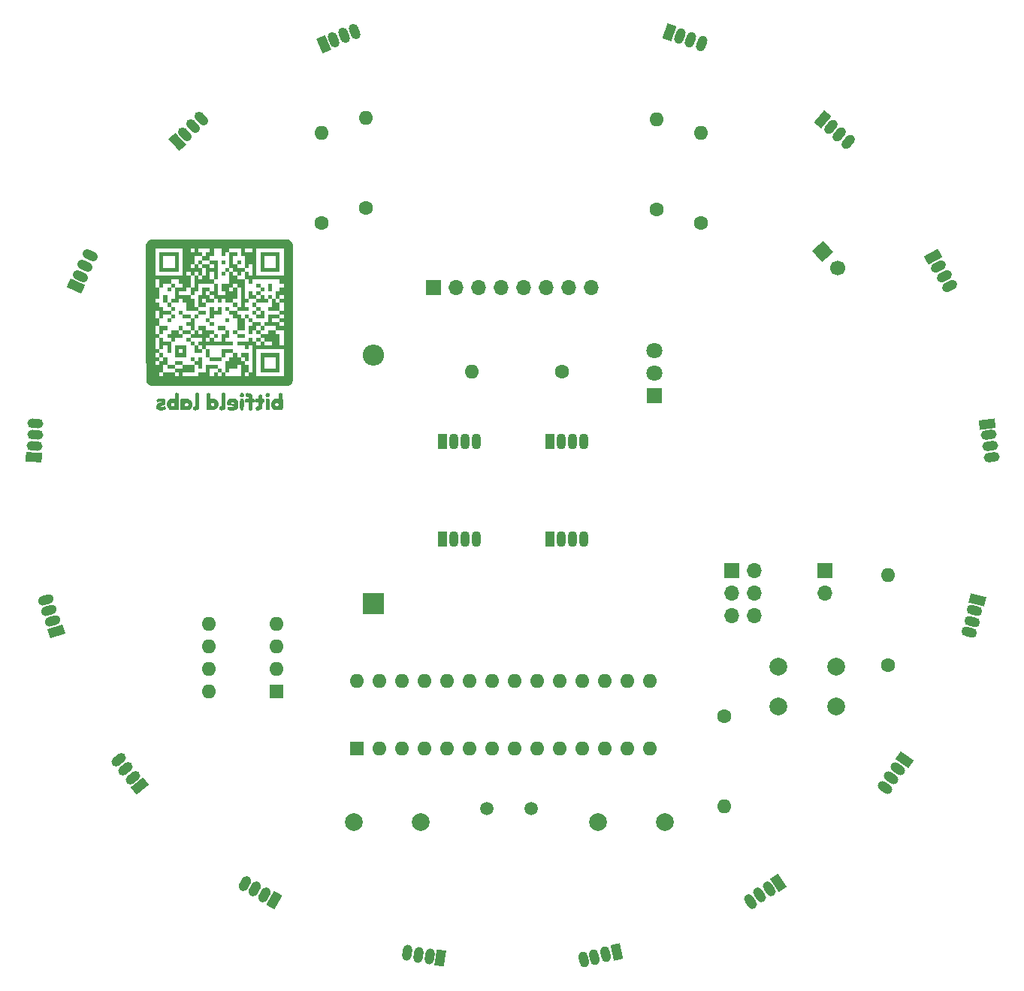
<source format=gbr>
%TF.GenerationSoftware,KiCad,Pcbnew,(6.0.9)*%
%TF.CreationDate,2022-12-09T09:09:42+01:00*%
%TF.ProjectId,afm_saucer,61666d5f-7361-4756-9365-722e6b696361,1.1*%
%TF.SameCoordinates,Original*%
%TF.FileFunction,Soldermask,Bot*%
%TF.FilePolarity,Negative*%
%FSLAX46Y46*%
G04 Gerber Fmt 4.6, Leading zero omitted, Abs format (unit mm)*
G04 Created by KiCad (PCBNEW (6.0.9)) date 2022-12-09 09:09:42*
%MOMM*%
%LPD*%
G01*
G04 APERTURE LIST*
G04 Aperture macros list*
%AMHorizOval*
0 Thick line with rounded ends*
0 $1 width*
0 $2 $3 position (X,Y) of the first rounded end (center of the circle)*
0 $4 $5 position (X,Y) of the second rounded end (center of the circle)*
0 Add line between two ends*
20,1,$1,$2,$3,$4,$5,0*
0 Add two circle primitives to create the rounded ends*
1,1,$1,$2,$3*
1,1,$1,$4,$5*%
%AMRotRect*
0 Rectangle, with rotation*
0 The origin of the aperture is its center*
0 $1 length*
0 $2 width*
0 $3 Rotation angle, in degrees counterclockwise*
0 Add horizontal line*
21,1,$1,$2,0,0,$3*%
G04 Aperture macros list end*
%ADD10RotRect,1.070000X1.800000X213.800000*%
%ADD11HorizOval,1.070000X-0.203048X0.303309X0.203048X-0.303309X0*%
%ADD12C,1.600000*%
%ADD13O,1.600000X1.600000*%
%ADD14RotRect,1.070000X1.800000X129.100000*%
%ADD15HorizOval,1.070000X0.283257X0.230197X-0.283257X-0.230197X0*%
%ADD16R,1.070000X1.800000*%
%ADD17O,1.070000X1.800000*%
%ADD18RotRect,1.070000X1.800000X340.800000*%
%ADD19HorizOval,1.070000X-0.120036X-0.344697X0.120036X0.344697X0*%
%ADD20RotRect,1.070000X1.800000X107.900000*%
%ADD21HorizOval,1.070000X0.347332X0.112185X-0.347332X-0.112185X0*%
%ADD22C,2.000000*%
%ADD23R,1.700000X1.700000*%
%ADD24O,1.700000X1.700000*%
%ADD25RotRect,1.070000X1.800000X256.100000*%
%ADD26HorizOval,1.070000X-0.354312X0.087683X0.354312X-0.087683X0*%
%ADD27RotRect,1.070000X1.800000X23.200000*%
%ADD28HorizOval,1.070000X-0.143789X0.335484X0.143789X-0.335484X0*%
%ADD29RotRect,1.070000X1.800000X171.400000*%
%ADD30HorizOval,1.070000X0.054580X0.360896X-0.054580X-0.360896X0*%
%ADD31R,1.800000X1.800000*%
%ADD32C,1.800000*%
%ADD33RotRect,1.070000X1.800000X150.200000*%
%ADD34HorizOval,1.070000X0.181395X0.316734X-0.181395X-0.316734X0*%
%ADD35RotRect,1.700000X1.700000X42.000000*%
%ADD36HorizOval,1.700000X0.000000X0.000000X0.000000X0.000000X0*%
%ADD37RotRect,1.070000X1.800000X298.500000*%
%ADD38HorizOval,1.070000X-0.320768X-0.174163X0.320768X0.174163X0*%
%ADD39RotRect,1.070000X1.800000X44.400000*%
%ADD40HorizOval,1.070000X-0.255377X0.260783X0.255377X-0.260783X0*%
%ADD41R,1.600000X1.600000*%
%ADD42RotRect,1.070000X1.800000X277.300000*%
%ADD43HorizOval,1.070000X-0.362041X-0.046379X0.362041X0.046379X0*%
%ADD44R,2.400000X2.400000*%
%ADD45O,2.400000X2.400000*%
%ADD46RotRect,1.070000X1.800000X192.600000*%
%ADD47HorizOval,1.070000X-0.079622X0.356210X0.079622X-0.356210X0*%
%ADD48RotRect,1.070000X1.800000X319.600000*%
%ADD49HorizOval,1.070000X-0.236564X-0.277961X0.236564X0.277961X0*%
%ADD50RotRect,1.070000X1.800000X65.500000*%
%ADD51HorizOval,1.070000X-0.332136X0.151363X0.332136X-0.151363X0*%
%ADD52RotRect,1.070000X1.800000X86.700000*%
%ADD53HorizOval,1.070000X-0.364395X0.021011X0.364395X-0.021011X0*%
%ADD54RotRect,1.070000X1.800000X234.900000*%
%ADD55HorizOval,1.070000X-0.298625X0.209877X0.298625X-0.209877X0*%
%ADD56C,1.500000*%
G04 APERTURE END LIST*
%TO.C,G\u002A\u002A\u002A*%
G36*
X69130039Y-90947730D02*
G01*
X69131088Y-91057501D01*
X69122817Y-91138094D01*
X69101891Y-91209426D01*
X69064977Y-91291416D01*
X68980725Y-91425408D01*
X68852295Y-91542760D01*
X68689092Y-91618999D01*
X68604849Y-91639539D01*
X68453748Y-91655949D01*
X68296585Y-91653065D01*
X68148132Y-91632368D01*
X68023159Y-91595341D01*
X67936437Y-91543467D01*
X67930160Y-91537406D01*
X67883675Y-91465524D01*
X67884026Y-91383006D01*
X67931027Y-91280769D01*
X67935661Y-91273221D01*
X67976314Y-91218228D01*
X68019106Y-91199617D01*
X68088137Y-91205908D01*
X68213920Y-91225503D01*
X68338781Y-91240088D01*
X68429773Y-91242423D01*
X68497853Y-91232624D01*
X68553977Y-91210805D01*
X68564743Y-91205055D01*
X68618561Y-91169236D01*
X68640473Y-91141741D01*
X68640065Y-91140541D01*
X68608450Y-91130658D01*
X68533736Y-91121323D01*
X68426239Y-91113537D01*
X68296276Y-91108303D01*
X68291049Y-91108165D01*
X68149833Y-91103984D01*
X68052307Y-91098737D01*
X67987823Y-91090202D01*
X67945734Y-91076153D01*
X67915395Y-91054366D01*
X67886158Y-91022617D01*
X67862732Y-90992213D01*
X67829554Y-90916108D01*
X67820236Y-90812728D01*
X67820497Y-90788105D01*
X67824202Y-90757172D01*
X68293182Y-90757172D01*
X68293498Y-90822417D01*
X68297937Y-90831362D01*
X68327088Y-90852985D01*
X68387278Y-90864012D01*
X68490200Y-90867097D01*
X68517896Y-90867063D01*
X68601524Y-90865257D01*
X68643069Y-90858014D01*
X68652672Y-90841648D01*
X68640473Y-90812473D01*
X68586767Y-90746556D01*
X68498891Y-90694077D01*
X68405762Y-90680758D01*
X68336668Y-90705136D01*
X68293182Y-90757172D01*
X67824202Y-90757172D01*
X67837076Y-90649703D01*
X67885710Y-90536255D01*
X67975102Y-90426029D01*
X68031106Y-90376002D01*
X68154981Y-90307733D01*
X68308000Y-90273453D01*
X68498804Y-90270595D01*
X68557949Y-90275957D01*
X68745583Y-90324900D01*
X68905189Y-90420644D01*
X69036075Y-90562814D01*
X69048553Y-90580839D01*
X69086175Y-90644091D01*
X69108891Y-90708303D01*
X69121455Y-90791361D01*
X69124462Y-90841648D01*
X69128617Y-90911152D01*
X69130039Y-90947730D01*
G37*
G36*
X60458689Y-90273558D02*
G01*
X60630579Y-90298630D01*
X60756456Y-90347650D01*
X60840810Y-90424505D01*
X60888130Y-90533079D01*
X60902906Y-90677258D01*
X60890220Y-90815502D01*
X60844181Y-90936048D01*
X60759638Y-91029724D01*
X60631546Y-91101943D01*
X60454862Y-91158118D01*
X60426456Y-91165310D01*
X60327753Y-91195642D01*
X60282168Y-91221904D01*
X60288629Y-91245160D01*
X60346067Y-91266476D01*
X60433250Y-91264868D01*
X60557961Y-91222393D01*
X60607198Y-91201237D01*
X60711898Y-91165584D01*
X60787004Y-91160971D01*
X60844335Y-91188312D01*
X60895708Y-91248523D01*
X60935827Y-91319461D01*
X60951621Y-91406406D01*
X60915866Y-91479619D01*
X60827184Y-91545050D01*
X60800510Y-91558610D01*
X60689653Y-91601692D01*
X60581113Y-91628596D01*
X60422230Y-91640421D01*
X60254273Y-91627649D01*
X60104200Y-91590777D01*
X59983549Y-91532737D01*
X59903854Y-91456462D01*
X59882793Y-91417049D01*
X59849916Y-91300489D01*
X59841938Y-91170207D01*
X59861542Y-91051879D01*
X59865227Y-91041120D01*
X59912826Y-90948336D01*
X59986745Y-90877294D01*
X60096432Y-90821247D01*
X60251334Y-90773446D01*
X60288486Y-90763584D01*
X60385612Y-90733411D01*
X60455725Y-90705083D01*
X60485650Y-90683649D01*
X60486653Y-90666017D01*
X60455911Y-90639673D01*
X60389752Y-90629978D01*
X60299808Y-90637736D01*
X60197713Y-90663752D01*
X60048477Y-90714424D01*
X59983745Y-90639249D01*
X59975985Y-90630010D01*
X59918424Y-90538163D01*
X59897876Y-90454068D01*
X59917673Y-90390282D01*
X59933889Y-90374087D01*
X60017773Y-90327216D01*
X60138170Y-90292518D01*
X60281614Y-90273075D01*
X60434643Y-90271967D01*
X60458689Y-90273558D01*
G37*
G36*
X74131675Y-91181849D02*
G01*
X74128116Y-91316047D01*
X74122702Y-91415503D01*
X74115319Y-91472083D01*
X74082400Y-91543558D01*
X74024978Y-91598597D01*
X73957365Y-91617563D01*
X73860803Y-91618409D01*
X73767215Y-91599746D01*
X73701515Y-91564219D01*
X73687149Y-91551369D01*
X73651866Y-91541544D01*
X73600804Y-91567436D01*
X73567910Y-91583088D01*
X73473456Y-91602841D01*
X73359511Y-91606899D01*
X73248044Y-91595241D01*
X73161030Y-91567848D01*
X73152230Y-91563160D01*
X73003970Y-91453010D01*
X72889953Y-91307055D01*
X72816735Y-91136215D01*
X72793396Y-90969448D01*
X73241076Y-90969448D01*
X73257570Y-91022224D01*
X73310929Y-91084904D01*
X73332835Y-91105721D01*
X73412566Y-91157112D01*
X73488406Y-91158462D01*
X73571877Y-91110921D01*
X73599817Y-91084650D01*
X73642345Y-91003502D01*
X73642945Y-90916560D01*
X73606608Y-90837513D01*
X73538328Y-90780047D01*
X73443096Y-90757850D01*
X73369196Y-90769948D01*
X73292999Y-90826132D01*
X73246809Y-90927861D01*
X73241076Y-90969448D01*
X72793396Y-90969448D01*
X72790871Y-90951407D01*
X72804867Y-90798029D01*
X72859351Y-90645491D01*
X72961213Y-90501620D01*
X73025136Y-90438455D01*
X73160959Y-90349198D01*
X73308182Y-90300202D01*
X73455246Y-90294524D01*
X73590593Y-90335218D01*
X73671259Y-90376887D01*
X73671259Y-90062729D01*
X73671461Y-89962840D01*
X73673439Y-89859442D01*
X73679247Y-89792493D01*
X73690935Y-89751307D01*
X73710552Y-89725199D01*
X73740148Y-89703482D01*
X73757957Y-89693921D01*
X73839837Y-89673852D01*
X73937820Y-89671858D01*
X74029030Y-89686974D01*
X74090590Y-89718237D01*
X74099168Y-89752484D01*
X74107141Y-89833410D01*
X74114291Y-89952785D01*
X74120503Y-90102475D01*
X74125664Y-90274350D01*
X74129658Y-90460276D01*
X74132371Y-90652122D01*
X74133688Y-90841754D01*
X74133607Y-90916560D01*
X74133494Y-91021040D01*
X74131675Y-91181849D01*
G37*
G36*
X72462159Y-90293809D02*
G01*
X72519081Y-90298099D01*
X72561683Y-90312695D01*
X72591918Y-90343927D01*
X72611741Y-90398127D01*
X72623105Y-90481624D01*
X72627964Y-90600749D01*
X72628272Y-90761833D01*
X72625983Y-90971206D01*
X72618622Y-91561975D01*
X72550269Y-91597972D01*
X72489747Y-91617328D01*
X72391044Y-91621460D01*
X72294621Y-91603060D01*
X72225248Y-91564668D01*
X72214949Y-91551649D01*
X72202499Y-91521546D01*
X72193456Y-91472652D01*
X72187312Y-91397800D01*
X72183555Y-91289827D01*
X72181675Y-91141567D01*
X72181162Y-90945855D01*
X72181199Y-90831000D01*
X72182378Y-90652339D01*
X72186973Y-90518435D01*
X72197315Y-90422834D01*
X72215737Y-90359085D01*
X72244568Y-90320734D01*
X72286141Y-90301329D01*
X72342786Y-90294418D01*
X72416835Y-90293549D01*
X72462159Y-90293809D01*
G37*
G36*
X71681615Y-89845866D02*
G01*
X71761989Y-89865761D01*
X71810036Y-89912250D01*
X71833317Y-89994391D01*
X71839397Y-90121242D01*
X71839410Y-90137595D01*
X71841302Y-90224580D01*
X71849785Y-90271231D01*
X71869678Y-90290053D01*
X71905797Y-90293549D01*
X71942368Y-90296652D01*
X72008503Y-90330870D01*
X72046177Y-90406261D01*
X72058127Y-90527020D01*
X72057930Y-90554546D01*
X72051729Y-90634659D01*
X72032316Y-90682817D01*
X71993626Y-90716872D01*
X71939535Y-90741101D01*
X71887837Y-90743262D01*
X71872936Y-90741904D01*
X71858547Y-90759719D01*
X71848357Y-90807317D01*
X71840791Y-90892978D01*
X71834276Y-91024981D01*
X71831805Y-91079946D01*
X71823132Y-91207000D01*
X71810324Y-91297019D01*
X71791010Y-91363064D01*
X71762813Y-91418196D01*
X71698871Y-91491230D01*
X71583709Y-91565530D01*
X71442949Y-91613717D01*
X71370400Y-91626481D01*
X71237409Y-91627941D01*
X71143450Y-91591742D01*
X71087687Y-91517414D01*
X71069286Y-91404490D01*
X71071807Y-91342317D01*
X71093452Y-91255434D01*
X71141745Y-91208750D01*
X71222099Y-91194839D01*
X71256304Y-91193566D01*
X71316306Y-91177411D01*
X71352355Y-91135221D01*
X71369952Y-91057636D01*
X71374596Y-90935297D01*
X71374596Y-90741304D01*
X71222057Y-90742749D01*
X71114420Y-90734922D01*
X71040801Y-90701520D01*
X71002687Y-90634650D01*
X70991819Y-90526556D01*
X71000358Y-90428389D01*
X71037428Y-90348903D01*
X71110268Y-90306243D01*
X71225769Y-90293549D01*
X71374596Y-90293549D01*
X71374596Y-90121242D01*
X71377069Y-90031874D01*
X71393681Y-89935612D01*
X71432497Y-89878068D01*
X71501081Y-89850185D01*
X71606996Y-89842903D01*
X71681615Y-89845866D01*
G37*
G36*
X70303532Y-89679723D02*
G01*
X70457472Y-89735612D01*
X70576039Y-89833081D01*
X70658494Y-89971480D01*
X70704096Y-90150162D01*
X70705925Y-90163309D01*
X70721666Y-90243730D01*
X70742897Y-90283110D01*
X70775655Y-90293549D01*
X70800198Y-90296043D01*
X70870293Y-90334983D01*
X70918930Y-90411662D01*
X70937136Y-90513839D01*
X70936201Y-90552357D01*
X70917862Y-90654386D01*
X70873908Y-90712260D01*
X70801485Y-90730538D01*
X70722441Y-90730538D01*
X70713588Y-91129035D01*
X70712434Y-91179896D01*
X70708480Y-91321400D01*
X70703330Y-91420431D01*
X70695456Y-91486381D01*
X70683328Y-91528644D01*
X70665416Y-91556613D01*
X70640189Y-91579680D01*
X70611887Y-91598234D01*
X70513716Y-91627647D01*
X70405913Y-91624928D01*
X70314372Y-91589312D01*
X70305610Y-91582983D01*
X70284526Y-91562821D01*
X70270070Y-91533659D01*
X70260997Y-91486372D01*
X70256060Y-91411836D01*
X70254011Y-91300926D01*
X70253606Y-91144519D01*
X70253606Y-90742243D01*
X70100311Y-90742243D01*
X70089998Y-90742196D01*
X69980972Y-90731126D01*
X69913941Y-90694474D01*
X69880147Y-90623328D01*
X69870828Y-90508774D01*
X69870865Y-90500458D01*
X69882033Y-90397845D01*
X69919215Y-90334529D01*
X69991255Y-90302451D01*
X70106998Y-90293549D01*
X70192414Y-90292216D01*
X70236326Y-90283734D01*
X70250828Y-90261382D01*
X70248586Y-90218441D01*
X70247889Y-90212727D01*
X70234147Y-90166602D01*
X70197948Y-90142163D01*
X70123192Y-90127769D01*
X70039432Y-90111590D01*
X69979998Y-90078760D01*
X69948227Y-90017974D01*
X69932149Y-89915961D01*
X69932447Y-89818540D01*
X69965498Y-89731388D01*
X70037533Y-89681364D01*
X70151256Y-89665377D01*
X70303532Y-89679723D01*
G37*
G36*
X69571307Y-90293704D02*
G01*
X69626538Y-90297566D01*
X69667656Y-90311447D01*
X69696621Y-90341717D01*
X69715397Y-90394749D01*
X69725945Y-90476915D01*
X69730226Y-90594587D01*
X69730204Y-90754138D01*
X69727839Y-90961939D01*
X69720452Y-91561975D01*
X69652099Y-91597972D01*
X69600339Y-91615189D01*
X69504156Y-91622012D01*
X69407490Y-91608453D01*
X69336602Y-91576316D01*
X69330268Y-91569500D01*
X69318266Y-91542076D01*
X69309379Y-91492848D01*
X69303191Y-91415253D01*
X69299287Y-91302729D01*
X69297249Y-91148715D01*
X69296663Y-90946649D01*
X69296649Y-90786555D01*
X69297733Y-90618427D01*
X69302114Y-90493605D01*
X69312012Y-90405651D01*
X69329651Y-90348125D01*
X69357251Y-90314590D01*
X69397035Y-90298608D01*
X69451224Y-90293741D01*
X69522040Y-90293549D01*
X69571307Y-90293704D01*
G37*
G36*
X67514201Y-89666234D02*
G01*
X67566295Y-89673038D01*
X67605353Y-89691866D01*
X67633384Y-89728803D01*
X67652397Y-89789933D01*
X67664402Y-89881340D01*
X67671408Y-90009108D01*
X67675425Y-90179322D01*
X67678462Y-90398065D01*
X67680169Y-90561850D01*
X67679988Y-90818973D01*
X67674587Y-91029271D01*
X67662791Y-91197703D01*
X67643424Y-91329226D01*
X67615312Y-91428796D01*
X67577278Y-91501373D01*
X67528147Y-91551912D01*
X67466743Y-91585373D01*
X67391893Y-91606711D01*
X67333161Y-91616001D01*
X67224666Y-91621914D01*
X67121777Y-91616011D01*
X67040666Y-91599629D01*
X66997504Y-91574106D01*
X66982172Y-91526790D01*
X66974204Y-91445079D01*
X66975755Y-91353860D01*
X66986338Y-91274312D01*
X67005468Y-91227613D01*
X67032951Y-91209630D01*
X67095694Y-91194839D01*
X67121167Y-91193966D01*
X67152110Y-91186644D01*
X67175719Y-91166765D01*
X67192982Y-91128320D01*
X67204889Y-91065300D01*
X67212427Y-90971696D01*
X67216588Y-90841497D01*
X67218359Y-90668695D01*
X67218729Y-90447280D01*
X67218734Y-90371721D01*
X67219285Y-90160607D01*
X67221917Y-89996404D01*
X67228270Y-89873217D01*
X67239987Y-89785152D01*
X67258709Y-89726316D01*
X67286077Y-89690814D01*
X67323733Y-89672753D01*
X67373317Y-89666238D01*
X67436471Y-89665377D01*
X67447060Y-89665370D01*
X67514201Y-89666234D01*
G37*
G36*
X66791197Y-91272974D02*
G01*
X66693618Y-91415551D01*
X66564081Y-91524201D01*
X66408659Y-91590432D01*
X66350139Y-91601879D01*
X66224578Y-91607211D01*
X66111012Y-91589082D01*
X66029031Y-91549599D01*
X66021141Y-91543327D01*
X65985005Y-91531231D01*
X65949865Y-91564748D01*
X65925434Y-91588375D01*
X65866848Y-91609041D01*
X65769309Y-91615021D01*
X65766064Y-91615018D01*
X65674280Y-91609873D01*
X65616593Y-91590599D01*
X65573490Y-91550796D01*
X65570327Y-91546816D01*
X65556542Y-91525733D01*
X65545725Y-91498028D01*
X65537592Y-91457702D01*
X65531862Y-91398755D01*
X65528251Y-91315187D01*
X65526475Y-91200998D01*
X65526253Y-91050189D01*
X65526891Y-90932496D01*
X66010607Y-90932496D01*
X66025702Y-91021985D01*
X66086998Y-91106076D01*
X66108902Y-91124370D01*
X66187429Y-91162356D01*
X66264491Y-91149433D01*
X66348705Y-91084904D01*
X66389949Y-91039514D01*
X66416898Y-90985891D01*
X66412824Y-90927861D01*
X66382307Y-90849520D01*
X66314311Y-90780813D01*
X66216537Y-90757850D01*
X66195248Y-90758697D01*
X66100106Y-90788146D01*
X66036983Y-90850314D01*
X66010607Y-90932496D01*
X65526891Y-90932496D01*
X65527301Y-90856761D01*
X65529336Y-90614713D01*
X65529940Y-90548831D01*
X65532270Y-90320010D01*
X65534784Y-90138519D01*
X65537873Y-89998534D01*
X65541926Y-89894231D01*
X65547335Y-89819786D01*
X65554488Y-89769376D01*
X65563776Y-89737177D01*
X65575589Y-89717365D01*
X65590317Y-89704116D01*
X65648833Y-89678666D01*
X65746663Y-89666777D01*
X65848148Y-89676615D01*
X65927608Y-89707893D01*
X65940389Y-89717373D01*
X65962516Y-89741302D01*
X65976558Y-89777243D01*
X65984335Y-89835847D01*
X65987668Y-89927764D01*
X65988374Y-90063648D01*
X65988374Y-90376887D01*
X66069040Y-90335218D01*
X66139228Y-90307511D01*
X66282276Y-90291985D01*
X66430863Y-90321198D01*
X66573430Y-90392095D01*
X66698420Y-90501620D01*
X66795544Y-90636412D01*
X66849859Y-90779868D01*
X66866932Y-90949514D01*
X66863144Y-90985891D01*
X66850747Y-91104962D01*
X66791197Y-91272974D01*
G37*
G36*
X64562500Y-89666276D02*
G01*
X64614248Y-89673217D01*
X64653032Y-89692264D01*
X64680848Y-89729490D01*
X64699691Y-89790966D01*
X64711555Y-89882766D01*
X64718435Y-90010962D01*
X64722327Y-90181627D01*
X64725225Y-90400834D01*
X64726892Y-90572699D01*
X64726494Y-90827782D01*
X64720954Y-91036208D01*
X64709093Y-91202954D01*
X64689728Y-91332993D01*
X64661680Y-91431300D01*
X64623768Y-91502851D01*
X64574811Y-91552620D01*
X64513629Y-91585581D01*
X64439040Y-91606711D01*
X64380308Y-91616001D01*
X64271814Y-91621914D01*
X64168925Y-91616011D01*
X64087813Y-91599629D01*
X64044651Y-91574106D01*
X64029320Y-91526790D01*
X64021351Y-91445079D01*
X64022902Y-91353860D01*
X64033486Y-91274312D01*
X64052615Y-91227613D01*
X64080098Y-91209630D01*
X64142841Y-91194839D01*
X64168314Y-91193966D01*
X64199258Y-91186644D01*
X64222866Y-91166765D01*
X64240130Y-91128320D01*
X64252036Y-91065300D01*
X64259575Y-90971696D01*
X64263735Y-90841497D01*
X64265506Y-90668695D01*
X64265877Y-90447280D01*
X64265882Y-90371721D01*
X64266432Y-90160607D01*
X64269064Y-89996404D01*
X64275418Y-89873217D01*
X64287135Y-89785152D01*
X64305857Y-89726316D01*
X64333225Y-89690814D01*
X64370880Y-89672753D01*
X64420464Y-89666238D01*
X64483618Y-89665377D01*
X64495793Y-89665368D01*
X64562500Y-89666276D01*
G37*
G36*
X63912707Y-91132239D02*
G01*
X63905403Y-91156908D01*
X63832008Y-91309336D01*
X63721412Y-91442646D01*
X63585546Y-91545008D01*
X63436337Y-91604593D01*
X63409525Y-91609661D01*
X63260683Y-91608003D01*
X63115035Y-91561181D01*
X63088650Y-91548882D01*
X63041899Y-91540734D01*
X63003244Y-91566529D01*
X62965412Y-91587711D01*
X62884140Y-91605441D01*
X62788140Y-91610300D01*
X62699577Y-91601558D01*
X62640617Y-91578484D01*
X62630344Y-91566741D01*
X62618541Y-91537789D01*
X62609927Y-91488527D01*
X62604038Y-91412093D01*
X62600408Y-91301627D01*
X62598571Y-91150267D01*
X62598143Y-90982654D01*
X63066681Y-90982654D01*
X63103276Y-91066435D01*
X63190936Y-91135754D01*
X63239837Y-91158647D01*
X63289650Y-91162340D01*
X63349946Y-91134539D01*
X63426308Y-91071814D01*
X63468349Y-90986937D01*
X63462236Y-90897312D01*
X63406063Y-90813820D01*
X63389163Y-90799163D01*
X63298539Y-90755588D01*
X63207631Y-90764064D01*
X63125909Y-90824238D01*
X63082466Y-90890703D01*
X63066681Y-90982654D01*
X62598143Y-90982654D01*
X62598062Y-90951151D01*
X62598107Y-90901434D01*
X62599626Y-90694682D01*
X62603455Y-90537743D01*
X62609800Y-90426669D01*
X62618870Y-90357512D01*
X62630871Y-90326323D01*
X62677368Y-90303534D01*
X62761438Y-90292387D01*
X62858130Y-90296332D01*
X62946411Y-90314306D01*
X63005251Y-90345246D01*
X63030390Y-90368668D01*
X63063503Y-90381141D01*
X63098904Y-90355089D01*
X63121200Y-90339189D01*
X63200121Y-90312798D01*
X63304150Y-90299536D01*
X63413684Y-90301118D01*
X63509121Y-90319254D01*
X63513607Y-90320789D01*
X63607876Y-90371711D01*
X63710178Y-90454074D01*
X63803363Y-90552159D01*
X63870281Y-90650248D01*
X63895861Y-90713039D01*
X63924980Y-90850249D01*
X63930850Y-90986937D01*
X63931348Y-90998526D01*
X63912707Y-91132239D01*
G37*
G36*
X62403049Y-91235198D02*
G01*
X62398320Y-91361050D01*
X62390656Y-91453718D01*
X62379352Y-91518763D01*
X62363703Y-91561744D01*
X62343004Y-91588220D01*
X62316551Y-91603752D01*
X62283638Y-91613897D01*
X62245714Y-91620275D01*
X62151969Y-91618456D01*
X62062036Y-91598949D01*
X62000959Y-91565997D01*
X61976167Y-91545476D01*
X61939867Y-91541306D01*
X61881170Y-91566658D01*
X61816267Y-91589604D01*
X61699713Y-91606057D01*
X61576591Y-91603605D01*
X61473274Y-91581300D01*
X61418173Y-91554187D01*
X61307758Y-91470178D01*
X61206684Y-91358636D01*
X61131241Y-91236006D01*
X61127928Y-91228796D01*
X61074372Y-91047921D01*
X61074194Y-90996567D01*
X61537958Y-90996567D01*
X61579601Y-91081401D01*
X61639828Y-91131267D01*
X61731260Y-91154663D01*
X61824558Y-91130717D01*
X61906826Y-91060262D01*
X61934876Y-91000985D01*
X61932761Y-90916650D01*
X61894093Y-90838222D01*
X61826996Y-90780391D01*
X61739595Y-90757850D01*
X61655840Y-90775143D01*
X61582888Y-90829665D01*
X61541323Y-90908064D01*
X61537958Y-90996567D01*
X61074194Y-90996567D01*
X61073736Y-90864442D01*
X61125130Y-90685005D01*
X61227663Y-90516253D01*
X61319715Y-90424949D01*
X61452025Y-90345178D01*
X61596191Y-90300721D01*
X61738862Y-90295408D01*
X61866684Y-90333065D01*
X61941873Y-90372245D01*
X61941873Y-90073434D01*
X61944021Y-89938743D01*
X61954822Y-89819491D01*
X61978797Y-89740343D01*
X62020396Y-89693485D01*
X62084071Y-89671101D01*
X62174273Y-89665377D01*
X62178214Y-89665388D01*
X62282484Y-89678683D01*
X62351991Y-89720000D01*
X62357467Y-89725648D01*
X62371553Y-89744010D01*
X62382662Y-89769389D01*
X62391147Y-89807735D01*
X62397360Y-89865000D01*
X62401652Y-89947135D01*
X62404378Y-90060089D01*
X62405888Y-90209815D01*
X62406536Y-90402262D01*
X62406673Y-90643382D01*
X62406520Y-90861705D01*
X62405871Y-91000985D01*
X62405547Y-91070603D01*
X62403049Y-91235198D01*
G37*
G36*
X72481204Y-89673013D02*
G01*
X72571526Y-89707893D01*
X72576756Y-89711655D01*
X72611391Y-89748904D01*
X72628013Y-89804960D01*
X72632292Y-89897527D01*
X72632250Y-89910217D01*
X72626874Y-89997834D01*
X72608524Y-90050914D01*
X72571526Y-90087161D01*
X72490674Y-90120088D01*
X72379646Y-90127661D01*
X72268379Y-90104338D01*
X72215915Y-90060294D01*
X72184696Y-89982993D01*
X72176629Y-89889954D01*
X72191065Y-89797764D01*
X72227359Y-89723011D01*
X72284861Y-89682286D01*
X72365147Y-89668161D01*
X72481204Y-89673013D01*
G37*
G36*
X69560321Y-89672567D02*
G01*
X69568731Y-89673543D01*
X69654757Y-89691094D01*
X69704620Y-89726163D01*
X69727678Y-89790918D01*
X69733285Y-89897527D01*
X69732566Y-89944864D01*
X69722839Y-90030758D01*
X69697713Y-90081292D01*
X69652099Y-90109770D01*
X69628624Y-90117055D01*
X69532780Y-90127171D01*
X69433045Y-90116490D01*
X69357429Y-90087161D01*
X69351411Y-90082812D01*
X69317247Y-90045588D01*
X69300872Y-89989398D01*
X69296663Y-89896608D01*
X69296709Y-89888268D01*
X69311682Y-89774979D01*
X69357089Y-89704256D01*
X69438209Y-89671614D01*
X69560321Y-89672567D01*
G37*
G36*
X75196626Y-88453765D02*
G01*
X75170714Y-88498706D01*
X75060515Y-88638859D01*
X74925506Y-88753881D01*
X74781713Y-88829265D01*
X74766159Y-88833126D01*
X74739475Y-88836889D01*
X74700340Y-88840378D01*
X74646915Y-88843601D01*
X74577367Y-88846566D01*
X74489857Y-88849281D01*
X74382551Y-88851755D01*
X74253612Y-88853996D01*
X74101204Y-88856012D01*
X73923491Y-88857811D01*
X73718637Y-88859403D01*
X73484806Y-88860794D01*
X73220162Y-88861994D01*
X72922868Y-88863010D01*
X72591089Y-88863851D01*
X72222988Y-88864525D01*
X71816730Y-88865041D01*
X71370477Y-88865406D01*
X70882396Y-88865629D01*
X70350648Y-88865719D01*
X69773398Y-88865683D01*
X69148811Y-88865529D01*
X68475049Y-88865267D01*
X67750277Y-88864904D01*
X66972658Y-88864449D01*
X59276103Y-88859678D01*
X59135628Y-88785662D01*
X59085221Y-88755717D01*
X58981058Y-88677954D01*
X58895776Y-88595672D01*
X58884997Y-88583707D01*
X58867838Y-88566704D01*
X58851871Y-88551991D01*
X58837054Y-88537671D01*
X58823344Y-88521847D01*
X58810699Y-88502621D01*
X58799075Y-88478097D01*
X58788431Y-88446377D01*
X58778723Y-88405565D01*
X58769908Y-88353763D01*
X58761944Y-88289073D01*
X58754788Y-88209600D01*
X58748398Y-88113446D01*
X58742731Y-87998713D01*
X58737743Y-87863505D01*
X58736216Y-87808172D01*
X60219375Y-87808172D01*
X60656835Y-87808172D01*
X61969214Y-87808172D01*
X62406673Y-87808172D01*
X62406673Y-87371183D01*
X61969214Y-87371183D01*
X61969214Y-87808172D01*
X60656835Y-87808172D01*
X60656835Y-87371183D01*
X60219375Y-87371183D01*
X60219375Y-87808172D01*
X58736216Y-87808172D01*
X58733393Y-87705924D01*
X58729638Y-87524074D01*
X58726434Y-87316057D01*
X58723739Y-87079976D01*
X58721511Y-86813934D01*
X58719707Y-86516033D01*
X58719626Y-86497205D01*
X59781916Y-86497205D01*
X60219375Y-86497205D01*
X60219375Y-86060215D01*
X59781916Y-86060215D01*
X59781916Y-86497205D01*
X58719626Y-86497205D01*
X58718284Y-86184378D01*
X58717199Y-85817070D01*
X58716821Y-85623226D01*
X59781916Y-85623226D01*
X60219375Y-85623226D01*
X60219375Y-86060215D01*
X60656835Y-86060215D01*
X60656835Y-85623226D01*
X61094294Y-85623226D01*
X61094294Y-86497205D01*
X60656835Y-86497205D01*
X60656835Y-87371183D01*
X61969214Y-87371183D01*
X61969214Y-86934194D01*
X62844133Y-86934194D01*
X62844133Y-86497205D01*
X64156512Y-86497205D01*
X64156512Y-87371183D01*
X62844133Y-87371183D01*
X62844133Y-87808172D01*
X64593972Y-87808172D01*
X64593972Y-87371183D01*
X65468891Y-87371183D01*
X65468891Y-86497205D01*
X66781270Y-86497205D01*
X66781270Y-86934194D01*
X65906350Y-86934194D01*
X65906350Y-87808172D01*
X66343810Y-87808172D01*
X66343810Y-87371183D01*
X66781270Y-87371183D01*
X66781270Y-87808172D01*
X67218729Y-87808172D01*
X67656189Y-87808172D01*
X69406028Y-87808172D01*
X69843487Y-87808172D01*
X70280947Y-87808172D01*
X71155866Y-87808172D01*
X74218084Y-87808172D01*
X74218084Y-84749248D01*
X71155866Y-84749248D01*
X71155866Y-87808172D01*
X70280947Y-87808172D01*
X70280947Y-87371183D01*
X69843487Y-87371183D01*
X69843487Y-87808172D01*
X69406028Y-87808172D01*
X69406028Y-86497205D01*
X68968568Y-86497205D01*
X68968568Y-86934194D01*
X68093649Y-86934194D01*
X68093649Y-87371183D01*
X67656189Y-87371183D01*
X67656189Y-87808172D01*
X67218729Y-87808172D01*
X67218729Y-87371183D01*
X67656189Y-87371183D01*
X67656189Y-86060215D01*
X68093649Y-86060215D01*
X68093649Y-85623226D01*
X68531108Y-85623226D01*
X68531108Y-85186237D01*
X68968568Y-85186237D01*
X68968568Y-85623226D01*
X69406028Y-85623226D01*
X69406028Y-86060215D01*
X69843487Y-86060215D01*
X69843487Y-86497205D01*
X70280947Y-86497205D01*
X70280947Y-87371183D01*
X70718406Y-87371183D01*
X70718406Y-84312258D01*
X70280947Y-84312258D01*
X70280947Y-84749248D01*
X69843487Y-84749248D01*
X69843487Y-84312258D01*
X68968568Y-84312258D01*
X68968568Y-83875269D01*
X70280947Y-83875269D01*
X70280947Y-83438280D01*
X70718406Y-83438280D01*
X70718406Y-83875269D01*
X71155866Y-83875269D01*
X71155866Y-84312258D01*
X71593326Y-84312258D01*
X72030785Y-84312258D01*
X74218084Y-84312258D01*
X74218084Y-82564301D01*
X73343164Y-82564301D01*
X73343164Y-83001291D01*
X73780624Y-83001291D01*
X73780624Y-84312258D01*
X72905705Y-84312258D01*
X72905705Y-83875269D01*
X72030785Y-83875269D01*
X72030785Y-84312258D01*
X71593326Y-84312258D01*
X71593326Y-83875269D01*
X72030785Y-83875269D01*
X72030785Y-83438280D01*
X71593326Y-83438280D01*
X71593326Y-83001291D01*
X72468245Y-83001291D01*
X72468245Y-82564301D01*
X73343164Y-82564301D01*
X73343164Y-82127312D01*
X72030785Y-82127312D01*
X72030785Y-81690323D01*
X72468245Y-81690323D01*
X72905705Y-81690323D01*
X73780624Y-81690323D01*
X73780624Y-82127312D01*
X74218084Y-82127312D01*
X74218084Y-81690323D01*
X73780624Y-81690323D01*
X73780624Y-81253334D01*
X74218084Y-81253334D01*
X74218084Y-80816344D01*
X73780624Y-80816344D01*
X73780624Y-81253334D01*
X72905705Y-81253334D01*
X72905705Y-81690323D01*
X72468245Y-81690323D01*
X72468245Y-80816344D01*
X73780624Y-80816344D01*
X73780624Y-80379355D01*
X74218084Y-80379355D01*
X74218084Y-79505377D01*
X73780624Y-79505377D01*
X73780624Y-79068387D01*
X74218084Y-79068387D01*
X74218084Y-78631398D01*
X73780624Y-78631398D01*
X73780624Y-79068387D01*
X73343164Y-79068387D01*
X73343164Y-78194409D01*
X73780624Y-78194409D01*
X73780624Y-77757420D01*
X74218084Y-77757420D01*
X74218084Y-77320430D01*
X73780624Y-77320430D01*
X73780624Y-76883441D01*
X70718406Y-76883441D01*
X70718406Y-77320430D01*
X70280947Y-77320430D01*
X70280947Y-76883441D01*
X69843487Y-76883441D01*
X69843487Y-76009463D01*
X70280947Y-76009463D01*
X70280947Y-76446452D01*
X70718406Y-76446452D01*
X71155866Y-76446452D01*
X74218084Y-76446452D01*
X74218084Y-73387527D01*
X71155866Y-73387527D01*
X71155866Y-76446452D01*
X70718406Y-76446452D01*
X70718406Y-75135484D01*
X70280947Y-75135484D01*
X70280947Y-75572473D01*
X69843487Y-75572473D01*
X69843487Y-74261506D01*
X69406028Y-74261506D01*
X69406028Y-73824516D01*
X69843487Y-73824516D01*
X70718406Y-73824516D01*
X70718406Y-73387527D01*
X69843487Y-73387527D01*
X69843487Y-73824516D01*
X69406028Y-73824516D01*
X69406028Y-73387527D01*
X68093649Y-73387527D01*
X68093649Y-73824516D01*
X67656189Y-73824516D01*
X67656189Y-74261506D01*
X67218729Y-74261506D01*
X67218729Y-73387527D01*
X66343810Y-73387527D01*
X66343810Y-74261506D01*
X65906350Y-74261506D01*
X65906350Y-74698495D01*
X65031431Y-74698495D01*
X65031431Y-74261506D01*
X64156512Y-74261506D01*
X64156512Y-75135484D01*
X63719052Y-75135484D01*
X63719052Y-75572473D01*
X64156512Y-75572473D01*
X64156512Y-75135484D01*
X64593972Y-75135484D01*
X64593972Y-75572473D01*
X65031431Y-75572473D01*
X65031431Y-76446452D01*
X64593972Y-76446452D01*
X64593972Y-76009463D01*
X64156512Y-76009463D01*
X64156512Y-76446452D01*
X63719052Y-76446452D01*
X63719052Y-76009463D01*
X63281593Y-76009463D01*
X63281593Y-76446452D01*
X63719052Y-76446452D01*
X63719052Y-77757420D01*
X63281593Y-77757420D01*
X63281593Y-78194409D01*
X62406673Y-78194409D01*
X62406673Y-78631398D01*
X63719052Y-78631398D01*
X63719052Y-79068387D01*
X64156512Y-79068387D01*
X64156512Y-79942366D01*
X64593972Y-79942366D01*
X64593972Y-80379355D01*
X63281593Y-80379355D01*
X63281593Y-79505377D01*
X62844133Y-79505377D01*
X62844133Y-79068387D01*
X62406673Y-79068387D01*
X62406673Y-79505377D01*
X61531754Y-79505377D01*
X61531754Y-79068387D01*
X61969214Y-79068387D01*
X61969214Y-77757420D01*
X62844133Y-77757420D01*
X62844133Y-77320430D01*
X62406673Y-77320430D01*
X62406673Y-76883441D01*
X61531754Y-76883441D01*
X61531754Y-77320430D01*
X60656835Y-77320430D01*
X60656835Y-77757420D01*
X60219375Y-77757420D01*
X60219375Y-76883441D01*
X59781916Y-76883441D01*
X59781916Y-77757420D01*
X60219375Y-77757420D01*
X60219375Y-79068387D01*
X59781916Y-79068387D01*
X59781916Y-79505377D01*
X60219375Y-79505377D01*
X60219375Y-79942366D01*
X60656835Y-79942366D01*
X60656835Y-80379355D01*
X61531754Y-80379355D01*
X61531754Y-80816344D01*
X60656835Y-80816344D01*
X60656835Y-81253334D01*
X60219375Y-81253334D01*
X60219375Y-80379355D01*
X59781916Y-80379355D01*
X59781916Y-81253334D01*
X60219375Y-81253334D01*
X60219375Y-82127312D01*
X59781916Y-82127312D01*
X59781916Y-83001291D01*
X60219375Y-83001291D01*
X60219375Y-83438280D01*
X59781916Y-83438280D01*
X59781916Y-84749248D01*
X60219375Y-84749248D01*
X60219375Y-85186237D01*
X59781916Y-85186237D01*
X59781916Y-85623226D01*
X58716821Y-85623226D01*
X58716409Y-85412213D01*
X58715872Y-84967909D01*
X58715546Y-84482261D01*
X58715387Y-83953372D01*
X58715352Y-83379346D01*
X58715400Y-82758284D01*
X58715487Y-82088290D01*
X58715570Y-81367467D01*
X58715608Y-80593917D01*
X58715608Y-76446452D01*
X59781916Y-76446452D01*
X62844133Y-76446452D01*
X62844133Y-73824516D01*
X63719052Y-73824516D01*
X64156512Y-73824516D01*
X64593972Y-73824516D01*
X65031431Y-73824516D01*
X65031431Y-74261506D01*
X65468891Y-74261506D01*
X65468891Y-73824516D01*
X65906350Y-73824516D01*
X65906350Y-73387527D01*
X64593972Y-73387527D01*
X64593972Y-73824516D01*
X64156512Y-73824516D01*
X64156512Y-73387527D01*
X63719052Y-73387527D01*
X63719052Y-73824516D01*
X62844133Y-73824516D01*
X62844133Y-73387527D01*
X59781916Y-73387527D01*
X59781916Y-76446452D01*
X58715608Y-76446452D01*
X58715608Y-72979899D01*
X58773875Y-72821831D01*
X58830865Y-72703974D01*
X58940088Y-72559759D01*
X59074933Y-72443031D01*
X59222026Y-72367353D01*
X59229136Y-72365149D01*
X59248126Y-72360774D01*
X59274256Y-72356705D01*
X59309430Y-72352932D01*
X59355548Y-72349443D01*
X59414513Y-72346228D01*
X59488225Y-72343275D01*
X59578587Y-72340574D01*
X59687500Y-72338113D01*
X59816866Y-72335881D01*
X59968586Y-72333868D01*
X60144563Y-72332062D01*
X60346697Y-72330452D01*
X60576890Y-72329028D01*
X60837045Y-72327778D01*
X61129062Y-72326692D01*
X61454843Y-72325757D01*
X61816291Y-72324964D01*
X62215306Y-72324301D01*
X62653791Y-72323758D01*
X63133646Y-72323322D01*
X63656774Y-72322984D01*
X64225076Y-72322732D01*
X64840454Y-72322555D01*
X65504810Y-72322443D01*
X66220044Y-72322383D01*
X66988060Y-72322366D01*
X67475093Y-72322372D01*
X68209453Y-72322413D01*
X68892233Y-72322501D01*
X69525338Y-72322648D01*
X70110677Y-72322864D01*
X70650156Y-72323162D01*
X71145683Y-72323552D01*
X71599164Y-72324045D01*
X72012507Y-72324653D01*
X72387619Y-72325387D01*
X72726407Y-72326257D01*
X73030778Y-72327276D01*
X73302639Y-72328454D01*
X73543897Y-72329802D01*
X73756460Y-72331332D01*
X73942234Y-72333055D01*
X74103126Y-72334982D01*
X74241045Y-72337123D01*
X74357896Y-72339492D01*
X74455587Y-72342097D01*
X74536026Y-72344952D01*
X74601118Y-72348066D01*
X74652772Y-72351451D01*
X74692894Y-72355118D01*
X74723391Y-72359079D01*
X74746171Y-72363344D01*
X74763141Y-72367925D01*
X74839088Y-72398808D01*
X74984990Y-72490028D01*
X75115125Y-72609833D01*
X75210346Y-72742197D01*
X75270721Y-72854947D01*
X75270721Y-88313441D01*
X75196626Y-88453765D01*
G37*
G36*
X71593326Y-87371183D02*
G01*
X71593326Y-86934194D01*
X72030785Y-86934194D01*
X73343164Y-86934194D01*
X73343164Y-85623226D01*
X72030785Y-85623226D01*
X72030785Y-86934194D01*
X71593326Y-86934194D01*
X71593326Y-85186237D01*
X73780624Y-85186237D01*
X73780624Y-87371183D01*
X71593326Y-87371183D01*
G37*
G36*
X67218729Y-87371183D02*
G01*
X66781270Y-87371183D01*
X66781270Y-86934194D01*
X67218729Y-86934194D01*
X67218729Y-87371183D01*
G37*
G36*
X65031431Y-86934194D02*
G01*
X64593972Y-86934194D01*
X64593972Y-86497205D01*
X64156512Y-86497205D01*
X64156512Y-86060215D01*
X64593972Y-86060215D01*
X64593972Y-85623226D01*
X65031431Y-85623226D01*
X65031431Y-86934194D01*
G37*
G36*
X64156512Y-86060215D02*
G01*
X63719052Y-86060215D01*
X63719052Y-85623226D01*
X64156512Y-85623226D01*
X64156512Y-86060215D01*
G37*
G36*
X61969214Y-86934194D02*
G01*
X61094294Y-86934194D01*
X61094294Y-86497205D01*
X61969214Y-86497205D01*
X61969214Y-86934194D01*
G37*
G36*
X62844133Y-86497205D02*
G01*
X61969214Y-86497205D01*
X61969214Y-86060215D01*
X62844133Y-86060215D01*
X62844133Y-86497205D01*
G37*
G36*
X70280947Y-86060215D02*
G01*
X69843487Y-86060215D01*
X69843487Y-85623226D01*
X69406028Y-85623226D01*
X69406028Y-85186237D01*
X70280947Y-85186237D01*
X70280947Y-86060215D01*
G37*
G36*
X67218729Y-86060215D02*
G01*
X65906350Y-86060215D01*
X65906350Y-85623226D01*
X67218729Y-85623226D01*
X67218729Y-86060215D01*
G37*
G36*
X68531108Y-85186237D02*
G01*
X67656189Y-85186237D01*
X67656189Y-85623226D01*
X67218729Y-85623226D01*
X67218729Y-84749248D01*
X68531108Y-84749248D01*
X68531108Y-85186237D01*
G37*
G36*
X65906350Y-85623226D02*
G01*
X65468891Y-85623226D01*
X65468891Y-84749248D01*
X65906350Y-84749248D01*
X65906350Y-85623226D01*
G37*
G36*
X60656835Y-83875269D02*
G01*
X61531754Y-83875269D01*
X61531754Y-85186237D01*
X61094294Y-85186237D01*
X61094294Y-84312258D01*
X60656835Y-84312258D01*
X60656835Y-84749248D01*
X60219375Y-84749248D01*
X60219375Y-83438280D01*
X60656835Y-83438280D01*
X60656835Y-83875269D01*
G37*
G36*
X64593972Y-84749248D02*
G01*
X65031431Y-84749248D01*
X65031431Y-85186237D01*
X64156512Y-85186237D01*
X64156512Y-84312258D01*
X64593972Y-84312258D01*
X64593972Y-84749248D01*
G37*
G36*
X64156512Y-84312258D02*
G01*
X63719052Y-84312258D01*
X63719052Y-83875269D01*
X64156512Y-83875269D01*
X64156512Y-84312258D01*
G37*
G36*
X63719052Y-83875269D02*
G01*
X63281593Y-83875269D01*
X63281593Y-83438280D01*
X63719052Y-83438280D01*
X63719052Y-83875269D01*
G37*
G36*
X67656189Y-82564301D02*
G01*
X66781270Y-82564301D01*
X66781270Y-82127312D01*
X67656189Y-82127312D01*
X67656189Y-82564301D01*
G37*
G36*
X63719052Y-81253334D02*
G01*
X62844133Y-81253334D01*
X62844133Y-80816344D01*
X63719052Y-80816344D01*
X63719052Y-81253334D01*
G37*
G36*
X64593972Y-81253334D02*
G01*
X64156512Y-81253334D01*
X64156512Y-80816344D01*
X64593972Y-80816344D01*
X64593972Y-81253334D01*
G37*
G36*
X62844133Y-80816344D02*
G01*
X62406673Y-80816344D01*
X62406673Y-80379355D01*
X62844133Y-80379355D01*
X62844133Y-80816344D01*
G37*
G36*
X65468891Y-80816344D02*
G01*
X64593972Y-80816344D01*
X64593972Y-80379355D01*
X65468891Y-80379355D01*
X65468891Y-80816344D01*
G37*
G36*
X65468891Y-83438280D02*
G01*
X65468891Y-83875269D01*
X65906350Y-83875269D01*
X65906350Y-83438280D01*
X66343810Y-83438280D01*
X66343810Y-83875269D01*
X67218729Y-83875269D01*
X67218729Y-83001291D01*
X67656189Y-83001291D01*
X67656189Y-82564301D01*
X68093649Y-82564301D01*
X68093649Y-83438280D01*
X67656189Y-83438280D01*
X67656189Y-83875269D01*
X68531108Y-83875269D01*
X68531108Y-84312258D01*
X65468891Y-84312258D01*
X65468891Y-84749248D01*
X65031431Y-84749248D01*
X65031431Y-84312258D01*
X64593972Y-84312258D01*
X64593972Y-83875269D01*
X65031431Y-83875269D01*
X65031431Y-83438280D01*
X63719052Y-83438280D01*
X63719052Y-83001291D01*
X64156512Y-83001291D01*
X64593972Y-83001291D01*
X65031431Y-83001291D01*
X65031431Y-82564301D01*
X64593972Y-82564301D01*
X64593972Y-83001291D01*
X64156512Y-83001291D01*
X64156512Y-82564301D01*
X63719052Y-82564301D01*
X63719052Y-83001291D01*
X62844133Y-83001291D01*
X62844133Y-82564301D01*
X62406673Y-82564301D01*
X62406673Y-83001291D01*
X62844133Y-83001291D01*
X62844133Y-83438280D01*
X61969214Y-83438280D01*
X61969214Y-83875269D01*
X61531754Y-83875269D01*
X61531754Y-83438280D01*
X61094294Y-83438280D01*
X61094294Y-83001291D01*
X61531754Y-83001291D01*
X61531754Y-82564301D01*
X62406673Y-82564301D01*
X62406673Y-82127312D01*
X62844133Y-82127312D01*
X62844133Y-82564301D01*
X63719052Y-82564301D01*
X63719052Y-82127312D01*
X63281593Y-82127312D01*
X63281593Y-81690323D01*
X63719052Y-81690323D01*
X63719052Y-81253334D01*
X64156512Y-81253334D01*
X64156512Y-82564301D01*
X64593972Y-82564301D01*
X64593972Y-82127312D01*
X65468891Y-82127312D01*
X65468891Y-82564301D01*
X66343810Y-82564301D01*
X66343810Y-83001291D01*
X66781270Y-83001291D01*
X66781270Y-83438280D01*
X66343810Y-83438280D01*
X66343810Y-83001291D01*
X65906350Y-83001291D01*
X65906350Y-83438280D01*
X65468891Y-83438280D01*
G37*
G36*
X61969214Y-85623226D02*
G01*
X61969214Y-85186237D01*
X62406673Y-85186237D01*
X62844133Y-85186237D01*
X62844133Y-84749248D01*
X62406673Y-84749248D01*
X62406673Y-85186237D01*
X61969214Y-85186237D01*
X61969214Y-84312258D01*
X63281593Y-84312258D01*
X63281593Y-85623226D01*
X61969214Y-85623226D01*
G37*
G36*
X60656835Y-85623226D02*
G01*
X60219375Y-85623226D01*
X60219375Y-85186237D01*
X60656835Y-85186237D01*
X60656835Y-85623226D01*
G37*
G36*
X71593326Y-83875269D02*
G01*
X71155866Y-83875269D01*
X71155866Y-83438280D01*
X71593326Y-83438280D01*
X71593326Y-83875269D01*
G37*
G36*
X69843487Y-83438280D02*
G01*
X68968568Y-83438280D01*
X68968568Y-83001291D01*
X69843487Y-83001291D01*
X69843487Y-83438280D01*
G37*
G36*
X68968568Y-83001291D02*
G01*
X68531108Y-83001291D01*
X68531108Y-82564301D01*
X68968568Y-82564301D01*
X68968568Y-83001291D01*
G37*
G36*
X71593326Y-82564301D02*
G01*
X71593326Y-83001291D01*
X71155866Y-83001291D01*
X71155866Y-82564301D01*
X71593326Y-82564301D01*
G37*
G36*
X71593326Y-82127312D02*
G01*
X71155866Y-82127312D01*
X71155866Y-82564301D01*
X70718406Y-82564301D01*
X70718406Y-83001291D01*
X70280947Y-83001291D01*
X70280947Y-82127312D01*
X70718406Y-82127312D01*
X70718406Y-81690323D01*
X71593326Y-81690323D01*
X71593326Y-82127312D01*
G37*
G36*
X72030785Y-82127312D02*
G01*
X72030785Y-82564301D01*
X71593326Y-82564301D01*
X71593326Y-82127312D01*
X72030785Y-82127312D01*
G37*
G36*
X68968568Y-80816344D02*
G01*
X69406028Y-80816344D01*
X69406028Y-81253334D01*
X69843487Y-81253334D01*
X69843487Y-82564301D01*
X68968568Y-82564301D01*
X68968568Y-81253334D01*
X68531108Y-81253334D01*
X68531108Y-80816344D01*
X68093649Y-80816344D01*
X68093649Y-80379355D01*
X68968568Y-80379355D01*
X68968568Y-80816344D01*
G37*
G36*
X70718406Y-81690323D02*
G01*
X70280947Y-81690323D01*
X70280947Y-81253334D01*
X70718406Y-81253334D01*
X70718406Y-81690323D01*
G37*
G36*
X70280947Y-81253334D02*
G01*
X69843487Y-81253334D01*
X69843487Y-80816344D01*
X70280947Y-80816344D01*
X70280947Y-81253334D01*
G37*
G36*
X68093649Y-80379355D02*
G01*
X67656189Y-80379355D01*
X67656189Y-79942366D01*
X68093649Y-79942366D01*
X68093649Y-80379355D01*
G37*
G36*
X73343164Y-79505377D02*
G01*
X73780624Y-79505377D01*
X73780624Y-80379355D01*
X72468245Y-80379355D01*
X72468245Y-79942366D01*
X72905705Y-79942366D01*
X72905705Y-79068387D01*
X73343164Y-79068387D01*
X73343164Y-79505377D01*
G37*
G36*
X71155866Y-79942366D02*
G01*
X70718406Y-79942366D01*
X70718406Y-79505377D01*
X71155866Y-79505377D01*
X71155866Y-79942366D01*
G37*
G36*
X72030785Y-78631398D02*
G01*
X72030785Y-79068387D01*
X72468245Y-79068387D01*
X72468245Y-79505377D01*
X71155866Y-79505377D01*
X71155866Y-79068387D01*
X70280947Y-79068387D01*
X70280947Y-78194409D01*
X70718406Y-78194409D01*
X70718406Y-78631398D01*
X71155866Y-78631398D01*
X71155866Y-78194409D01*
X71593326Y-78194409D01*
X71593326Y-78631398D01*
X71155866Y-78631398D01*
X71155866Y-79068387D01*
X71593326Y-79068387D01*
X71593326Y-78631398D01*
X72030785Y-78631398D01*
G37*
G36*
X72905705Y-79068387D02*
G01*
X72468245Y-79068387D01*
X72468245Y-78631398D01*
X72905705Y-78631398D01*
X72905705Y-79068387D01*
G37*
G36*
X72030785Y-78194409D02*
G01*
X71593326Y-78194409D01*
X71593326Y-77757420D01*
X72030785Y-77757420D01*
X72030785Y-78194409D01*
G37*
G36*
X71593326Y-77757420D02*
G01*
X71155866Y-77757420D01*
X71155866Y-77320430D01*
X71593326Y-77320430D01*
X71593326Y-77757420D01*
G37*
G36*
X65031431Y-75135484D02*
G01*
X64593972Y-75135484D01*
X64593972Y-74698495D01*
X65031431Y-74698495D01*
X65031431Y-75135484D01*
G37*
G36*
X69406028Y-75135484D02*
G01*
X68968568Y-75135484D01*
X68968568Y-74698495D01*
X69406028Y-74698495D01*
X69406028Y-75135484D01*
G37*
G36*
X71593326Y-80379355D02*
G01*
X72030785Y-80379355D01*
X72030785Y-81253334D01*
X71155866Y-81253334D01*
X71155866Y-80816344D01*
X70718406Y-80816344D01*
X70718406Y-80379355D01*
X71155866Y-80379355D01*
X71155866Y-79942366D01*
X71593326Y-79942366D01*
X71593326Y-80379355D01*
X71155866Y-80379355D01*
X71155866Y-80816344D01*
X71593326Y-80816344D01*
X71593326Y-80379355D01*
G37*
G36*
X70280947Y-80379355D02*
G01*
X68968568Y-80379355D01*
X68968568Y-79942366D01*
X68531108Y-79942366D01*
X68531108Y-79505377D01*
X67656189Y-79505377D01*
X67656189Y-79068387D01*
X67218729Y-79068387D01*
X67218729Y-79505377D01*
X66781270Y-79505377D01*
X66781270Y-79068387D01*
X66343810Y-79068387D01*
X66343810Y-78631398D01*
X65906350Y-78631398D01*
X65906350Y-78194409D01*
X65468891Y-78194409D01*
X65468891Y-78631398D01*
X65906350Y-78631398D01*
X65906350Y-79068387D01*
X66343810Y-79068387D01*
X66343810Y-79505377D01*
X65468891Y-79505377D01*
X65468891Y-79068387D01*
X65031431Y-79068387D01*
X65031431Y-79505377D01*
X65468891Y-79505377D01*
X65468891Y-79942366D01*
X64593972Y-79942366D01*
X64593972Y-78631398D01*
X65031431Y-78631398D01*
X65031431Y-77757420D01*
X65906350Y-77757420D01*
X65906350Y-78194409D01*
X66343810Y-78194409D01*
X66343810Y-77320430D01*
X66781270Y-77320430D01*
X66781270Y-78631398D01*
X67656189Y-78631398D01*
X67656189Y-78194409D01*
X68093649Y-78194409D01*
X68531108Y-78194409D01*
X68531108Y-77757420D01*
X68968568Y-77757420D01*
X68968568Y-79068387D01*
X68531108Y-79068387D01*
X68531108Y-79505377D01*
X68968568Y-79505377D01*
X68968568Y-79942366D01*
X69406028Y-79942366D01*
X69406028Y-77757420D01*
X68968568Y-77757420D01*
X68968568Y-77320430D01*
X68531108Y-77320430D01*
X68531108Y-77757420D01*
X68093649Y-77757420D01*
X68093649Y-78194409D01*
X67656189Y-78194409D01*
X67218729Y-78194409D01*
X67218729Y-77320430D01*
X68093649Y-77320430D01*
X68093649Y-76009463D01*
X67656189Y-76009463D01*
X67656189Y-75572473D01*
X68093649Y-75572473D01*
X68093649Y-73824516D01*
X68968568Y-73824516D01*
X68968568Y-74261506D01*
X68531108Y-74261506D01*
X68531108Y-75135484D01*
X68968568Y-75135484D01*
X68968568Y-75572473D01*
X69843487Y-75572473D01*
X69843487Y-76009463D01*
X69406028Y-76009463D01*
X69406028Y-76446452D01*
X68968568Y-76446452D01*
X68968568Y-76009463D01*
X68531108Y-76009463D01*
X68531108Y-75572473D01*
X68093649Y-75572473D01*
X68093649Y-76009463D01*
X68531108Y-76009463D01*
X68531108Y-76446452D01*
X68968568Y-76446452D01*
X68968568Y-76883441D01*
X69843487Y-76883441D01*
X69843487Y-79068387D01*
X70280947Y-79068387D01*
X70280947Y-79505377D01*
X69843487Y-79505377D01*
X69843487Y-79942366D01*
X70280947Y-79942366D01*
X70280947Y-80379355D01*
G37*
G36*
X67656189Y-76446452D02*
G01*
X67218729Y-76446452D01*
X67218729Y-76009463D01*
X67656189Y-76009463D01*
X67656189Y-76446452D01*
G37*
G36*
X66343810Y-76883441D02*
G01*
X66343810Y-76009463D01*
X65906350Y-76009463D01*
X65906350Y-76883441D01*
X66343810Y-76883441D01*
X66343810Y-77320430D01*
X64593972Y-77320430D01*
X64593972Y-78194409D01*
X64156512Y-78194409D01*
X64156512Y-78631398D01*
X63719052Y-78631398D01*
X63719052Y-77757420D01*
X64156512Y-77757420D01*
X64156512Y-76446452D01*
X64593972Y-76446452D01*
X64593972Y-76883441D01*
X65031431Y-76883441D01*
X65031431Y-76446452D01*
X65468891Y-76446452D01*
X65468891Y-75572473D01*
X65906350Y-75572473D01*
X66343810Y-75572473D01*
X66343810Y-75135484D01*
X65906350Y-75135484D01*
X65906350Y-75572473D01*
X65468891Y-75572473D01*
X65031431Y-75572473D01*
X65031431Y-75135484D01*
X65906350Y-75135484D01*
X65906350Y-74698495D01*
X66781270Y-74698495D01*
X66781270Y-76883441D01*
X66343810Y-76883441D01*
G37*
G36*
X61094294Y-82564301D02*
G01*
X60656835Y-82564301D01*
X60656835Y-83001291D01*
X60219375Y-83001291D01*
X60219375Y-82127312D01*
X61094294Y-82127312D01*
X61094294Y-82564301D01*
G37*
G36*
X66343810Y-82127312D02*
G01*
X65906350Y-82127312D01*
X65906350Y-81690323D01*
X66343810Y-81690323D01*
X66343810Y-82127312D01*
G37*
G36*
X65906350Y-81690323D02*
G01*
X65468891Y-81690323D01*
X65468891Y-81253334D01*
X65906350Y-81253334D01*
X65906350Y-81690323D01*
G37*
G36*
X66343810Y-80379355D02*
G01*
X66781270Y-80379355D01*
X66781270Y-79942366D01*
X67218729Y-79942366D01*
X67218729Y-80816344D01*
X66343810Y-80816344D01*
X66343810Y-81253334D01*
X65906350Y-81253334D01*
X65906350Y-79942366D01*
X66343810Y-79942366D01*
X66343810Y-80379355D01*
G37*
G36*
X68093649Y-81690323D02*
G01*
X67656189Y-81690323D01*
X67656189Y-81253334D01*
X68093649Y-81253334D01*
X68093649Y-81690323D01*
G37*
G36*
X61531754Y-81690323D02*
G01*
X61094294Y-81690323D01*
X61094294Y-81253334D01*
X61531754Y-81253334D01*
X61531754Y-81690323D01*
G37*
G36*
X61969214Y-81253334D02*
G01*
X61531754Y-81253334D01*
X61531754Y-80816344D01*
X61969214Y-80816344D01*
X61969214Y-81253334D01*
G37*
G36*
X61969214Y-80379355D02*
G01*
X61531754Y-80379355D01*
X61531754Y-79942366D01*
X61969214Y-79942366D01*
X61969214Y-80379355D01*
G37*
G36*
X61531754Y-79942366D02*
G01*
X61094294Y-79942366D01*
X61094294Y-79505377D01*
X61531754Y-79505377D01*
X61531754Y-79942366D01*
G37*
G36*
X61094294Y-79505377D02*
G01*
X60656835Y-79505377D01*
X60656835Y-78631398D01*
X61094294Y-78631398D01*
X61094294Y-79505377D01*
G37*
G36*
X72905705Y-78194409D02*
G01*
X72468245Y-78194409D01*
X72468245Y-77320430D01*
X72905705Y-77320430D01*
X72905705Y-78194409D01*
G37*
G36*
X61531754Y-78194409D02*
G01*
X61094294Y-78194409D01*
X61094294Y-77757420D01*
X61531754Y-77757420D01*
X61531754Y-78194409D01*
G37*
G36*
X61969214Y-77757420D02*
G01*
X61531754Y-77757420D01*
X61531754Y-77320430D01*
X61969214Y-77320430D01*
X61969214Y-77757420D01*
G37*
G36*
X67656189Y-75135484D02*
G01*
X67218729Y-75135484D01*
X67218729Y-74698495D01*
X67656189Y-74698495D01*
X67656189Y-75135484D01*
G37*
G36*
X71593326Y-76009463D02*
G01*
X71593326Y-75572473D01*
X72030785Y-75572473D01*
X73343164Y-75572473D01*
X73343164Y-74261506D01*
X72030785Y-74261506D01*
X72030785Y-75572473D01*
X71593326Y-75572473D01*
X71593326Y-73824516D01*
X73780624Y-73824516D01*
X73780624Y-76009463D01*
X71593326Y-76009463D01*
G37*
G36*
X60219375Y-76009463D02*
G01*
X60219375Y-75572473D01*
X60656835Y-75572473D01*
X61969214Y-75572473D01*
X61969214Y-74261506D01*
X60656835Y-74261506D01*
X60656835Y-75572473D01*
X60219375Y-75572473D01*
X60219375Y-73824516D01*
X62406673Y-73824516D01*
X62406673Y-76009463D01*
X60219375Y-76009463D01*
G37*
%TD*%
D10*
%TO.C,D10*%
X129972258Y-144897496D03*
D11*
X128916908Y-145603991D03*
X127861557Y-146310487D03*
X126806207Y-147016982D03*
%TD*%
D12*
%TO.C,R4*%
X116250000Y-69000000D03*
D13*
X116250000Y-58840000D03*
%TD*%
D14*
%TO.C,D6*%
X58029219Y-134031652D03*
D15*
X57228261Y-133046073D03*
X56427302Y-132060494D03*
X55626344Y-131074915D03*
%TD*%
D16*
%TO.C,D19*%
X92100000Y-106100000D03*
D17*
X93370000Y-106100000D03*
X94640000Y-106100000D03*
X95910000Y-106100000D03*
%TD*%
D16*
%TO.C,D20*%
X104200000Y-106100000D03*
D17*
X105470000Y-106100000D03*
X106740000Y-106100000D03*
X108010000Y-106100000D03*
%TD*%
D12*
%TO.C,R5*%
X123900000Y-126100000D03*
D13*
X123900000Y-136260000D03*
%TD*%
D18*
%TO.C,D16*%
X117698266Y-49007438D03*
D19*
X118897624Y-49425099D03*
X120096982Y-49842759D03*
X121296340Y-50260420D03*
%TD*%
D16*
%TO.C,D17*%
X92100000Y-95100000D03*
D17*
X93370000Y-95100000D03*
X94640000Y-95100000D03*
X95910000Y-95100000D03*
%TD*%
D12*
%TO.C,R7*%
X83500000Y-68830000D03*
D13*
X83500000Y-58670000D03*
%TD*%
D16*
%TO.C,D18*%
X104200000Y-95100000D03*
D17*
X105470000Y-95100000D03*
X106740000Y-95100000D03*
X108010000Y-95100000D03*
%TD*%
D20*
%TO.C,D5*%
X48564795Y-116591332D03*
D21*
X48174452Y-115382807D03*
X47784109Y-114174282D03*
X47393766Y-112965757D03*
%TD*%
D22*
%TO.C,SW2*%
X130000000Y-120500000D03*
X136500000Y-120500000D03*
X130000000Y-125000000D03*
X136500000Y-125000000D03*
%TD*%
D23*
%TO.C,J3*%
X124725000Y-109725000D03*
D24*
X127265000Y-109725000D03*
X124725000Y-112265000D03*
X127265000Y-112265000D03*
X124725000Y-114805000D03*
X127265000Y-114805000D03*
%TD*%
D22*
%TO.C,C3*%
X117150000Y-138100000D03*
X109650000Y-138100000D03*
%TD*%
D25*
%TO.C,D12*%
X152381515Y-112965972D03*
D26*
X152076425Y-114198782D03*
X151771336Y-115431592D03*
X151466246Y-116664402D03*
%TD*%
D27*
%TO.C,D1*%
X78702036Y-50369216D03*
D28*
X79869338Y-49868910D03*
X81036640Y-49368604D03*
X82203942Y-48868297D03*
%TD*%
D13*
%TO.C,R2*%
X78500000Y-60340000D03*
D12*
X78500000Y-70500000D03*
%TD*%
D29*
%TO.C,D8*%
X91895849Y-153401524D03*
D30*
X90640128Y-153211614D03*
X89384408Y-153021704D03*
X88128687Y-152831794D03*
%TD*%
D12*
%TO.C,R3*%
X121250000Y-70500000D03*
D13*
X121250000Y-60340000D03*
%TD*%
D31*
%TO.C,U1*%
X116020000Y-90000000D03*
D32*
X116020000Y-87460000D03*
X116020000Y-84920000D03*
%TD*%
D23*
%TO.C,J1*%
X91125000Y-77775000D03*
D24*
X93665000Y-77775000D03*
X96205000Y-77775000D03*
X98745000Y-77775000D03*
X101285000Y-77775000D03*
X103825000Y-77775000D03*
X106365000Y-77775000D03*
X108905000Y-77775000D03*
%TD*%
D12*
%TO.C,R6*%
X105580000Y-87250000D03*
D13*
X95420000Y-87250000D03*
%TD*%
D33*
%TO.C,D7*%
X73146895Y-146881881D03*
D34*
X72044833Y-146250724D03*
X70942771Y-145619567D03*
X69840709Y-144988410D03*
%TD*%
D35*
%TO.C,SW1*%
X134995600Y-73679937D03*
D36*
X136695192Y-75567525D03*
%TD*%
D37*
%TO.C,D14*%
X147427862Y-74265277D03*
D38*
X148033854Y-75381375D03*
X148639845Y-76497472D03*
X149245837Y-77613570D03*
%TD*%
D39*
%TO.C,D2*%
X62206663Y-61391611D03*
D40*
X63114043Y-60503039D03*
X64021424Y-59614466D03*
X64928804Y-58725894D03*
%TD*%
D41*
%TO.C,SW3*%
X73400000Y-123300000D03*
D13*
X73400000Y-120760000D03*
X73400000Y-118220000D03*
X73400000Y-115680000D03*
X65780000Y-115680000D03*
X65780000Y-118220000D03*
X65780000Y-120760000D03*
X65780000Y-123300000D03*
%TD*%
D42*
%TO.C,D13*%
X153520786Y-93154143D03*
D43*
X153682158Y-94413849D03*
X153843530Y-95673555D03*
X154004902Y-96933261D03*
%TD*%
D44*
%TO.C,C1*%
X84300000Y-113400000D03*
D45*
X84300000Y-85400000D03*
%TD*%
D46*
%TO.C,D9*%
X111723763Y-152709117D03*
D47*
X110484349Y-152986159D03*
X109244934Y-153263201D03*
X108005520Y-153540243D03*
%TD*%
D12*
%TO.C,R1*%
X142300000Y-120400000D03*
D13*
X142300000Y-110240000D03*
%TD*%
D23*
%TO.C,J2*%
X135200000Y-109725000D03*
D24*
X135200000Y-112265000D03*
%TD*%
D22*
%TO.C,C2*%
X89650000Y-138100000D03*
X82150000Y-138100000D03*
%TD*%
D48*
%TO.C,D15*%
X134922340Y-58852324D03*
D49*
X135889494Y-59675436D03*
X136856647Y-60498549D03*
X137823801Y-61321661D03*
%TD*%
D50*
%TO.C,D3*%
X50806757Y-77639360D03*
D51*
X51333417Y-76483709D03*
X51860078Y-75328058D03*
X52386738Y-74172408D03*
%TD*%
D52*
%TO.C,D4*%
X46046296Y-96907235D03*
D53*
X46119402Y-95639341D03*
X46192509Y-94371447D03*
X46265615Y-93103553D03*
%TD*%
D54*
%TO.C,D11*%
X144156721Y-131024014D03*
D55*
X143426464Y-132063064D03*
X142696208Y-133102114D03*
X141965951Y-134141164D03*
%TD*%
D56*
%TO.C,Y1*%
X97100000Y-136500000D03*
X102100000Y-136500000D03*
%TD*%
D41*
%TO.C,U2*%
X82500000Y-129800000D03*
D13*
X85040000Y-129800000D03*
X87580000Y-129800000D03*
X90120000Y-129800000D03*
X92660000Y-129800000D03*
X95200000Y-129800000D03*
X97740000Y-129800000D03*
X100280000Y-129800000D03*
X102820000Y-129800000D03*
X105360000Y-129800000D03*
X107900000Y-129800000D03*
X110440000Y-129800000D03*
X112980000Y-129800000D03*
X115520000Y-129800000D03*
X115520000Y-122180000D03*
X112980000Y-122180000D03*
X110440000Y-122180000D03*
X107900000Y-122180000D03*
X105360000Y-122180000D03*
X102820000Y-122180000D03*
X100280000Y-122180000D03*
X97740000Y-122180000D03*
X95200000Y-122180000D03*
X92660000Y-122180000D03*
X90120000Y-122180000D03*
X87580000Y-122180000D03*
X85040000Y-122180000D03*
X82500000Y-122180000D03*
%TD*%
M02*

</source>
